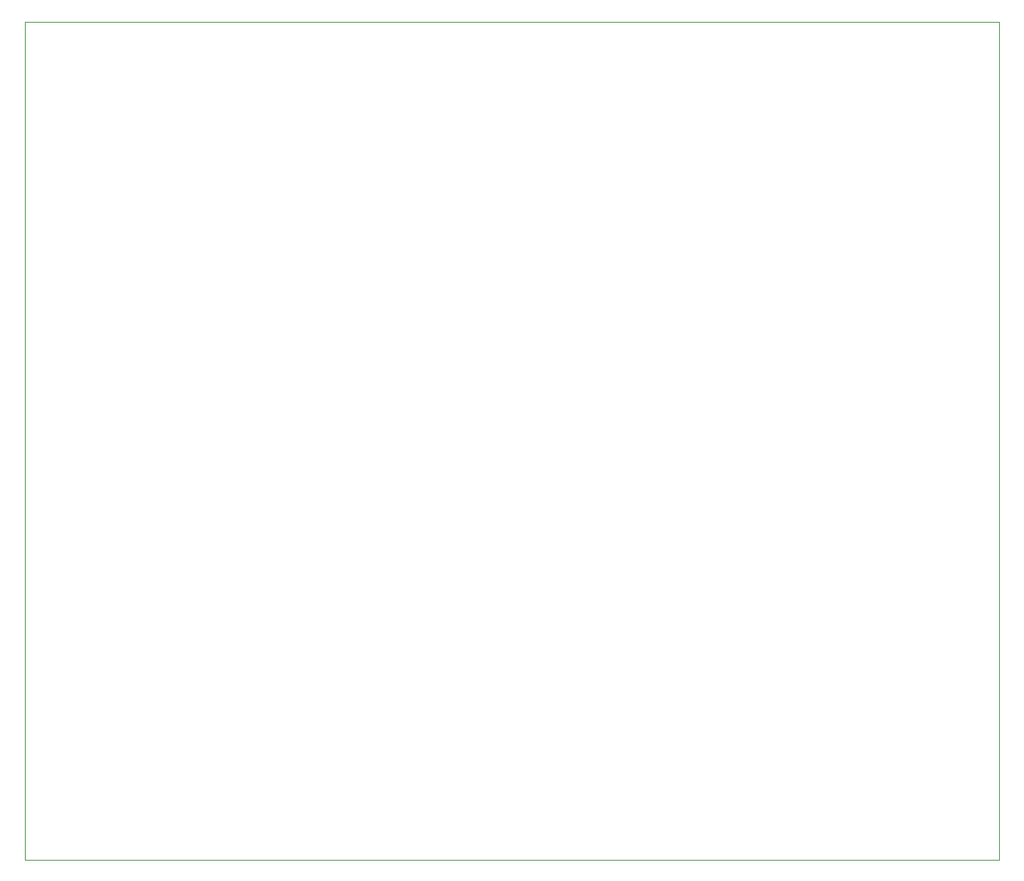
<source format=gbr>
%TF.GenerationSoftware,KiCad,Pcbnew,(6.0.4)*%
%TF.CreationDate,2022-04-10T11:22:50+03:00*%
%TF.ProjectId,volvo_bt_board,766f6c76-6f5f-4627-945f-626f6172642e,rev?*%
%TF.SameCoordinates,Original*%
%TF.FileFunction,Profile,NP*%
%FSLAX46Y46*%
G04 Gerber Fmt 4.6, Leading zero omitted, Abs format (unit mm)*
G04 Created by KiCad (PCBNEW (6.0.4)) date 2022-04-10 11:22:50*
%MOMM*%
%LPD*%
G01*
G04 APERTURE LIST*
%TA.AperFunction,Profile*%
%ADD10C,0.100000*%
%TD*%
G04 APERTURE END LIST*
D10*
X71755000Y-45085000D02*
X180975000Y-45085000D01*
X180975000Y-45085000D02*
X180975000Y-139065000D01*
X180975000Y-139065000D02*
X71755000Y-139065000D01*
X71755000Y-139065000D02*
X71755000Y-45085000D01*
M02*

</source>
